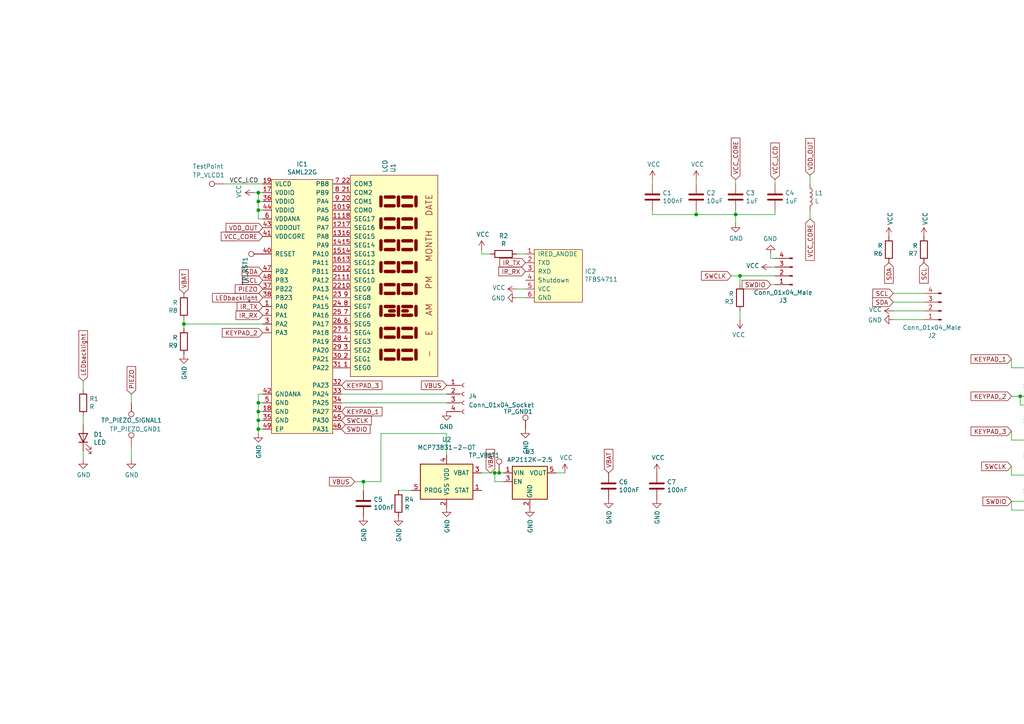
<source format=kicad_sch>
(kicad_sch (version 20230121) (generator eeschema)
  (paper "A4")
  (lib_symbols
    (symbol "Connector:Conn_01x04_Socket" (pin_names (offset 1.016) hide)
      (property "Reference" "J" (at 0 5.08 0))
      (property "Value" "Conn_01x04_Socket" (at 0 -7.62 0))
      (symbol "Conn_01x04_Socket_1_1"
        (pin passive line (at -5.08 2.54 0) (length 3.81) (name "Pin_1") (number "1"))
        (pin passive line (at -5.08 0 0) (length 3.81) (name "Pin_2") (number "2"))
        (pin passive line (at -5.08 -2.54 0) (length 3.81) (name "Pin_3") (number "3"))
        (pin passive line (at -5.08 -5.08 0) (length 3.81) (name "Pin_4") (number "4"))
      )
    )
    (symbol "Connector:TestPoint" (pin_numbers hide) (pin_names (offset 0.762) hide)
      (property "Reference" "TP" (at 0 6.858 0))
      (property "Value" "TestPoint" (at 0 5.08 0))
      (symbol "TestPoint_1_1"
        (pin passive line (at 0 0 90) (length 2.54) (name "1") (number "1"))
      )
    )
    (symbol "Device:C" (pin_numbers hide) (pin_names (offset 0.254))
      (property "Reference" "C" (at 0.635 2.54 0))
      (property "Value" "C" (at 0.635 -2.54 0))
      (symbol "C_1_1"
        (pin passive line (at 0 3.81 270) (length 2.794) (name "~") (number "1"))
        (pin passive line (at 0 -3.81 90) (length 2.794) (name "~") (number "2"))
      )
    )
    (symbol "Device:L" (pin_numbers hide) (pin_names (offset 1.016) hide)
      (property "Reference" "L" (at -1.27 0 90))
      (property "Value" "L" (at 1.905 0 90))
      (symbol "L_1_1"
        (pin passive line (at 0 3.81 270) (length 1.27) (name "1") (number "1"))
        (pin passive line (at 0 -3.81 90) (length 1.27) (name "2") (number "2"))
      )
    )
    (symbol "Device:LED" (pin_numbers hide) (pin_names (offset 1.016) hide)
      (property "Reference" "D" (at 0 2.54 0))
      (property "Value" "LED" (at 0 -2.54 0))
      (symbol "LED_1_1"
        (pin passive line (at -3.81 0 0) (length 2.54) (name "K") (number "1"))
        (pin passive line (at 3.81 0 180) (length 2.54) (name "A") (number "2"))
      )
    )
    (symbol "Device:R" (pin_numbers hide) (pin_names (offset 0))
      (property "Reference" "R" (at 2.032 0 90))
      (property "Value" "R" (at 0 0 90))
      (symbol "R_1_1"
        (pin passive line (at 0 3.81 270) (length 1.27) (name "~") (number "1"))
        (pin passive line (at 0 -3.81 90) (length 1.27) (name "~") (number "2"))
      )
    )
    (symbol "Diode:1N4148WT" (pin_numbers hide) (pin_names hide)
      (property "Reference" "D" (at 0 2.54 0))
      (property "Value" "1N4148WT" (at 0 -2.54 0))
      (symbol "1N4148WT_1_1"
        (pin passive line (at -3.81 0 0) (length 2.54) (name "K") (number "1"))
        (pin passive line (at 3.81 0 180) (length 2.54) (name "A") (number "2"))
      )
    )
    (symbol "IR_transceiver:TFBS4711" (pin_names (offset 1.016))
      (property "Reference" "IC" (at 0 12.7 0))
      (property "Value" "TFBS4711" (at 0 10.16 0))
      (symbol "TFBS4711_1_1"
        (pin power_in line (at -8.89 6.35 0) (length 2.54) (name "IRED_ANODE") (number "1"))
        (pin output line (at -8.89 3.81 0) (length 2.54) (name "TXD") (number "2"))
        (pin input line (at -8.89 1.27 0) (length 2.54) (name "RXD") (number "3"))
        (pin input line (at -8.89 -1.27 0) (length 2.54) (name "Shutdown") (number "4"))
        (pin power_in line (at -8.89 -3.81 0) (length 2.54) (name "VCC") (number "5"))
        (pin power_in line (at -8.89 -6.35 0) (length 2.54) (name "GND") (number "6"))
      )
    )
    (symbol "Regulator_Linear:AP2112K-2.5" (pin_names (offset 0.254))
      (property "Reference" "U" (at -5.08 5.715 0))
      (property "Value" "AP2112K-2.5" (at 0 5.715 0))
      (symbol "AP2112K-2.5_1_1"
        (pin power_in line (at -7.62 2.54 0) (length 2.54) (name "VIN") (number "1"))
        (pin power_in line (at 0 -7.62 90) (length 2.54) (name "GND") (number "2"))
        (pin input line (at -7.62 0 0) (length 2.54) (name "EN") (number "3"))
        (pin no_connect line (at 5.08 0 180) (length 2.54) hide (name "NC") (number "4"))
        (pin power_out line (at 7.62 2.54 180) (length 2.54) (name "VOUT") (number "5"))
      )
    )
    (symbol "SAML22G:SAML22G" (pin_names (offset 1.016))
      (property "Reference" "IC" (at 0 40.64 0))
      (property "Value" "SAML22G" (at 0 38.1 0))
      (symbol "SAML22G_1_1"
        (pin bidirectional line (at -11.43 -1.27 0) (length 2.54) (name "PA0") (number "1"))
        (pin bidirectional line (at 11.43 26.67 180) (length 2.54) (name "PA5") (number "10"))
        (pin bidirectional line (at 11.43 24.13 180) (length 2.54) (name "PA6") (number "11"))
        (pin bidirectional line (at 11.43 21.59 180) (length 2.54) (name "PA7") (number "12"))
        (pin bidirectional line (at 11.43 19.05 180) (length 2.54) (name "PA8") (number "13"))
        (pin bidirectional line (at 11.43 16.51 180) (length 2.54) (name "PA9") (number "14"))
        (pin bidirectional line (at 11.43 13.97 180) (length 2.54) (name "PA10") (number "15"))
        (pin bidirectional line (at 11.43 11.43 180) (length 2.54) (name "PA11") (number "16"))
        (pin power_in line (at -11.43 31.75 0) (length 2.54) (name "VDDIO") (number "17"))
        (pin power_in line (at -11.43 -31.75 0) (length 2.54) (name "GND") (number "18"))
        (pin power_out line (at -11.43 34.29 0) (length 2.54) (name "VLCD") (number "19"))
        (pin bidirectional line (at -11.43 -3.81 0) (length 2.54) (name "PA1") (number "2"))
        (pin bidirectional line (at 11.43 8.89 180) (length 2.54) (name "PB11") (number "20"))
        (pin bidirectional line (at 11.43 6.35 180) (length 2.54) (name "PA12") (number "21"))
        (pin bidirectional line (at 11.43 3.81 180) (length 2.54) (name "PA13") (number "22"))
        (pin bidirectional line (at 11.43 1.27 180) (length 2.54) (name "PA14") (number "23"))
        (pin bidirectional line (at 11.43 -1.27 180) (length 2.54) (name "PA15") (number "24"))
        (pin bidirectional line (at 11.43 -3.81 180) (length 2.54) (name "PA16") (number "25"))
        (pin bidirectional line (at 11.43 -6.35 180) (length 2.54) (name "PA17") (number "26"))
        (pin bidirectional line (at 11.43 -8.89 180) (length 2.54) (name "PA18") (number "27"))
        (pin bidirectional line (at 11.43 -11.43 180) (length 2.54) (name "PA19") (number "28"))
        (pin bidirectional line (at 11.43 -13.97 180) (length 2.54) (name "PA20") (number "29"))
        (pin bidirectional line (at -11.43 -6.35 0) (length 2.54) (name "PA2") (number "3"))
        (pin bidirectional line (at 11.43 -16.51 180) (length 2.54) (name "PA21") (number "30"))
        (pin bidirectional line (at 11.43 -19.05 180) (length 2.54) (name "PA22") (number "31"))
        (pin bidirectional line (at 11.43 -24.13 180) (length 2.54) (name "PA23") (number "32"))
        (pin bidirectional line (at 11.43 -26.67 180) (length 2.54) (name "PA24") (number "33"))
        (pin bidirectional line (at 11.43 -29.21 180) (length 2.54) (name "PA25") (number "34"))
        (pin power_in line (at -11.43 -34.29 0) (length 2.54) (name "GND") (number "35"))
        (pin power_in line (at -11.43 29.21 0) (length 2.54) (name "VDDIO") (number "36"))
        (pin bidirectional line (at -11.43 3.81 0) (length 2.54) (name "PB22") (number "37"))
        (pin bidirectional line (at -11.43 1.27 0) (length 2.54) (name "PB23") (number "38"))
        (pin bidirectional line (at 11.43 -31.75 180) (length 2.54) (name "PA27") (number "39"))
        (pin bidirectional line (at -11.43 -8.89 0) (length 2.54) (name "PA3") (number "4"))
        (pin input line (at -11.43 13.97 0) (length 2.54) (name "RESET") (number "40"))
        (pin power_in line (at -11.43 19.05 0) (length 2.54) (name "VDDCORE") (number "41"))
        (pin power_in line (at -11.43 -26.67 0) (length 2.54) (name "GNDANA") (number "42"))
        (pin power_in line (at -11.43 21.59 0) (length 2.54) (name "VDDOUT") (number "43"))
        (pin power_in line (at -11.43 26.67 0) (length 2.54) (name "VDDIO") (number "44"))
        (pin bidirectional line (at 11.43 -34.29 180) (length 2.54) (name "PA30") (number "45"))
        (pin bidirectional line (at 11.43 -36.83 180) (length 2.54) (name "PA31") (number "46"))
        (pin bidirectional line (at -11.43 8.89 0) (length 2.54) (name "PB2") (number "47"))
        (pin bidirectional line (at -11.43 6.35 0) (length 2.54) (name "PB3") (number "48"))
        (pin power_in line (at -11.43 -36.83 0) (length 2.54) (name "EP") (number "49"))
        (pin power_in line (at -11.43 -29.21 0) (length 2.54) (name "GND") (number "5"))
        (pin power_in line (at -11.43 24.13 0) (length 2.54) (name "VDDANA") (number "6"))
        (pin bidirectional line (at 11.43 34.29 180) (length 2.54) (name "PB8") (number "7"))
        (pin bidirectional line (at 11.43 31.75 180) (length 2.54) (name "PB9") (number "8"))
        (pin bidirectional line (at 11.43 29.21 180) (length 2.54) (name "PA4") (number "9"))
      )
    )
    (symbol "SmartWatchLCD:LCD" (pin_names (offset 1.016))
      (property "Reference" "U" (at -27.94 17.78 0))
      (property "Value" "LCD" (at 26.67 17.78 0))
      (symbol "LCD_0_0"
        (text "-   E   AM   PM   MONTH   DATE" (at 0 13.97 0) (effects (font (size 1.8034 1.8034))))
      )
      (symbol "LCD_1_1"
        (pin input line (at -26.67 -11.43 90) (length 2.54) (name "SEG0") (number "1"))
        (pin input line (at -3.81 -11.43 90) (length 2.54) (name "SEG9") (number "10"))
        (pin input line (at -1.27 -11.43 90) (length 2.54) (name "SEG10") (number "11"))
        (pin input line (at 1.27 -11.43 90) (length 2.54) (name "SEG11") (number "12"))
        (pin input line (at 3.81 -11.43 90) (length 2.54) (name "SEG12") (number "13"))
        (pin input line (at 6.35 -11.43 90) (length 2.54) (name "SEG13") (number "14"))
        (pin input line (at 8.89 -11.43 90) (length 2.54) (name "SEG14") (number "15"))
        (pin input line (at 11.43 -11.43 90) (length 2.54) (name "SEG15") (number "16"))
        (pin input line (at 13.97 -11.43 90) (length 2.54) (name "SEG16") (number "17"))
        (pin input line (at 16.51 -11.43 90) (length 2.54) (name "SEG17") (number "18"))
        (pin input line (at 19.05 -11.43 90) (length 2.54) (name "COM0") (number "19"))
        (pin input line (at -24.13 -11.43 90) (length 2.54) (name "SEG1") (number "2"))
        (pin input line (at 21.59 -11.43 90) (length 2.54) (name "COM1") (number "20"))
        (pin input line (at 24.13 -11.43 90) (length 2.54) (name "COM2") (number "21"))
        (pin input line (at 26.67 -11.43 90) (length 2.54) (name "COM3") (number "22"))
        (pin input line (at -21.59 -11.43 90) (length 2.54) (name "SEG2") (number "3"))
        (pin input line (at -19.05 -11.43 90) (length 2.54) (name "SEG3") (number "4"))
        (pin input line (at -16.51 -11.43 90) (length 2.54) (name "SEG4") (number "5"))
        (pin input line (at -13.97 -11.43 90) (length 2.54) (name "SEG5") (number "6"))
        (pin input line (at -11.43 -11.43 90) (length 2.54) (name "SEG6") (number "7"))
        (pin input line (at -8.89 -11.43 90) (length 2.54) (name "SEG7") (number "8"))
        (pin input line (at -6.35 -11.43 90) (length 2.54) (name "SEG8") (number "9"))
      )
    )
    (symbol "SmartwatchPCB-rescue:Conn_01x04_Male-Connector" (pin_names (offset 1.016) hide)
      (property "Reference" "J" (at 0 5.08 0))
      (property "Value" "Connector_Conn_01x04_Male" (at 0 -7.62 0))
      (symbol "Conn_01x04_Male-Connector_1_1"
        (pin passive line (at 5.08 2.54 180) (length 3.81) (name "Pin_1") (number "1"))
        (pin passive line (at 5.08 0 180) (length 3.81) (name "Pin_2") (number "2"))
        (pin passive line (at 5.08 -2.54 180) (length 3.81) (name "Pin_3") (number "3"))
        (pin passive line (at 5.08 -5.08 180) (length 3.81) (name "Pin_4") (number "4"))
      )
    )
    (symbol "SmartwatchPCB-rescue:MCP73831-2-OT-Battery_Management" (pin_names (offset 1.016))
      (property "Reference" "U" (at -7.62 6.35 0))
      (property "Value" "Battery_Management_MCP73831-2-OT" (at 1.27 6.35 0))
      (symbol "MCP73831-2-OT-Battery_Management_1_1"
        (pin output line (at 10.16 -2.54 180) (length 2.54) (name "STAT") (number "1"))
        (pin power_in line (at 0 -7.62 90) (length 2.54) (name "VSS") (number "2"))
        (pin power_out line (at 10.16 2.54 180) (length 2.54) (name "VBAT") (number "3"))
        (pin power_in line (at 0 7.62 270) (length 2.54) (name "VDD") (number "4"))
        (pin input line (at -10.16 -2.54 0) (length 2.54) (name "PROG") (number "5"))
      )
    )
    (symbol "Switch:SW_Push" (pin_numbers hide) (pin_names (offset 1.016) hide)
      (property "Reference" "SW" (at 1.27 2.54 0))
      (property "Value" "SW_Push" (at 0 -1.524 0))
      (symbol "SW_Push_0_1"
        (pin passive line (at -5.08 0 0) (length 2.54) (name "1") (number "1"))
        (pin passive line (at 5.08 0 180) (length 2.54) (name "2") (number "2"))
      )
    )
    (symbol "power:GND" (power) (pin_names (offset 0))
      (property "Value" "GND" (at 0 -3.81 0))
      (symbol "GND_1_1"
        (pin power_in line (at 0 0 270) (length 0) hide (name "GND") (number "1"))
      )
    )
    (symbol "power:VCC" (power) (pin_names (offset 0))
      (property "Value" "VCC" (at 0 3.81 0))
      (symbol "VCC_1_1"
        (pin power_in line (at 0 0 90) (length 0) hide (name "VCC") (number "1"))
      )
    )
  )
  (junction (at 346.71 147.955))
  (junction (at 410.21 114.935))
  (junction (at 53.34 93.98))
  (junction (at 318.77 114.935))
  (junction (at 74.93 60.96))
  (junction (at 389.255 125.095))
  (junction (at 74.93 121.92))
  (junction (at 410.21 104.14))
  (junction (at 105.41 139.7))
  (junction (at 213.36 62.23))
  (junction (at 365.125 135.255))
  (junction (at 365.125 114.935))
  (junction (at 341.63 104.14))
  (junction (at 389.255 104.14))
  (junction (at 371.475 127.635))
  (junction (at 410.21 125.095))
  (junction (at 346.71 137.795))
  (junction (at 365.125 104.14))
  (junction (at 344.17 117.475))
  (junction (at 297.815 127.635))
  (junction (at 74.93 55.88))
  (junction (at 323.215 106.68))
  (junction (at 389.255 114.935))
  (junction (at 323.215 137.795))
  (junction (at 371.475 106.68))
  (junction (at 340.995 125.095))
  (junction (at 74.93 119.38))
  (junction (at 74.93 124.46))
  (junction (at 323.215 127.635))
  (junction (at 201.93 62.23))
  (junction (at 340.995 135.255))
  (junction (at 295.91 114.935))
  (junction (at 371.475 117.475))
  (junction (at 318.77 135.255))
  (junction (at 323.215 147.955))
  (junction (at 318.77 125.095))
  (junction (at 346.71 106.68))
  (junction (at 74.93 58.42))
  (junction (at 214.63 80.01))
  (junction (at 144.78 137.16))
  (junction (at 143.51 137.16))
  (junction (at 74.93 116.84))
  (junction (at 297.815 137.795))
  (wire (pts (xy 129.54 125.73) (xy 129.54 132.08)))
  (wire (pts (xy 74.93 116.84) (xy 74.93 119.38)))
  (wire (pts (xy 344.17 117.475) (xy 295.91 117.475)))
  (wire (pts (xy 76.2 124.46) (xy 74.93 124.46)))
  (wire (pts (xy 318.77 145.415) (xy 318.77 135.255)))
  (wire (pts (xy 346.71 147.955) (xy 323.215 147.955)))
  (wire (pts (xy 346.71 114.935) (xy 344.17 114.935)))
  (wire (pts (xy 24.13 120.65) (xy 24.13 123.19)))
  (wire (pts (xy 297.815 137.795) (xy 293.37 137.795)))
  (wire (pts (xy 371.475 106.68) (xy 346.71 106.68)))
  (wire (pts (xy 213.36 62.23) (xy 213.36 64.77)))
  (wire (pts (xy 224.79 82.55) (xy 223.52 82.55)))
  (wire (pts (xy 346.71 106.68) (xy 323.215 106.68)))
  (wire (pts (xy 105.41 142.24) (xy 105.41 139.7)))
  (wire (pts (xy 76.2 58.42) (xy 74.93 58.42)))
  (wire (pts (xy 340.995 104.14) (xy 341.63 104.14)))
  (wire (pts (xy 364.49 104.14) (xy 365.125 104.14)))
  (wire (pts (xy 323.215 135.255) (xy 323.215 137.795)))
  (wire (pts (xy 323.215 137.795) (xy 297.815 137.795)))
  (wire (pts (xy 24.13 110.49) (xy 24.13 113.03)))
  (wire (pts (xy 144.78 137.16) (xy 146.05 137.16)))
  (wire (pts (xy 340.995 125.095) (xy 341.63 125.095)))
  (wire (pts (xy 340.995 135.255) (xy 340.995 145.415)))
  (wire (pts (xy 340.995 125.095) (xy 340.995 135.255)))
  (wire (pts (xy 392.43 114.935) (xy 392.43 117.475)))
  (wire (pts (xy 234.95 63.5) (xy 234.95 60.96)))
  (wire (pts (xy 38.1 116.84) (xy 38.1 114.3)))
  (wire (pts (xy 293.37 125.095) (xy 293.37 127.635)))
  (wire (pts (xy 295.91 114.935) (xy 297.815 114.935)))
  (wire (pts (xy 223.52 74.93) (xy 223.52 73.66)))
  (wire (pts (xy 371.475 147.955) (xy 346.71 147.955)))
  (wire (pts (xy 201.93 62.23) (xy 189.23 62.23)))
  (wire (pts (xy 152.4 83.82) (xy 149.86 83.82)))
  (wire (pts (xy 76.2 53.34) (xy 64.77 53.34)))
  (wire (pts (xy 152.4 86.36) (xy 149.86 86.36)))
  (wire (pts (xy 410.21 87.63) (xy 410.21 104.14)))
  (wire (pts (xy 323.215 127.635) (xy 297.815 127.635)))
  (wire (pts (xy 295.91 114.935) (xy 293.37 114.935)))
  (wire (pts (xy 224.79 80.01) (xy 214.63 80.01)))
  (wire (pts (xy 315.595 135.255) (xy 318.77 135.255)))
  (wire (pts (xy 267.97 90.17) (xy 259.08 90.17)))
  (wire (pts (xy 318.77 88.265) (xy 318.77 114.935)))
  (wire (pts (xy 318.77 114.935) (xy 318.77 125.095)))
  (wire (pts (xy 323.215 106.68) (xy 293.37 106.68)))
  (wire (pts (xy 341.63 125.095) (xy 341.63 104.14)))
  (wire (pts (xy 392.43 137.795) (xy 346.71 137.795)))
  (wire (pts (xy 224.79 74.93) (xy 223.52 74.93)))
  (wire (pts (xy 318.77 135.255) (xy 318.77 125.095)))
  (wire (pts (xy 346.71 145.415) (xy 346.71 147.955)))
  (wire (pts (xy 143.51 139.7) (xy 143.51 137.16)))
  (wire (pts (xy 224.79 77.47) (xy 223.52 77.47)))
  (wire (pts (xy 346.71 137.795) (xy 323.215 137.795)))
  (wire (pts (xy 201.93 53.34) (xy 201.93 52.07)))
  (wire (pts (xy 214.63 82.55) (xy 214.63 80.01)))
  (wire (pts (xy 346.71 104.14) (xy 346.71 106.68)))
  (wire (pts (xy 24.13 130.81) (xy 24.13 133.35)))
  (wire (pts (xy 189.23 62.23) (xy 189.23 60.96)))
  (wire (pts (xy 74.93 60.96) (xy 74.93 58.42)))
  (wire (pts (xy 410.21 114.935) (xy 410.21 125.095)))
  (wire (pts (xy 224.79 62.23) (xy 213.36 62.23)))
  (wire (pts (xy 389.255 125.095) (xy 389.255 145.415)))
  (wire (pts (xy 214.63 90.17) (xy 214.63 92.71)))
  (wire (pts (xy 293.37 137.795) (xy 293.37 135.255)))
  (wire (pts (xy 76.2 63.5) (xy 74.93 63.5)))
  (wire (pts (xy 76.2 114.3) (xy 74.93 114.3)))
  (wire (pts (xy 53.34 93.98) (xy 53.34 92.71)))
  (wire (pts (xy 392.43 135.89) (xy 392.43 137.795)))
  (wire (pts (xy 74.93 55.88) (xy 73.66 55.88)))
  (wire (pts (xy 213.36 53.34) (xy 213.36 52.07)))
  (wire (pts (xy 139.7 137.16) (xy 143.51 137.16)))
  (wire (pts (xy 365.125 114.935) (xy 365.125 104.14)))
  (wire (pts (xy 364.49 135.255) (xy 365.125 135.255)))
  (wire (pts (xy 323.215 147.955) (xy 293.37 147.955)))
  (wire (pts (xy 365.125 104.14) (xy 365.125 88.265)))
  (wire (pts (xy 189.23 53.34) (xy 189.23 52.07)))
  (wire (pts (xy 115.57 142.24) (xy 119.38 142.24)))
  (wire (pts (xy 74.93 55.88) (xy 76.2 55.88)))
  (wire (pts (xy 293.37 145.415) (xy 297.815 145.415)))
  (wire (pts (xy 213.36 60.96) (xy 213.36 62.23)))
  (wire (pts (xy 129.54 125.73) (xy 110.49 125.73)))
  (wire (pts (xy 142.24 73.66) (xy 139.7 73.66)))
  (wire (pts (xy 139.7 73.66) (xy 139.7 72.39)))
  (wire (pts (xy 315.595 125.095) (xy 318.77 125.095)))
  (wire (pts (xy 389.255 104.14) (xy 389.255 114.935)))
  (wire (pts (xy 365.125 135.255) (xy 365.125 114.935)))
  (wire (pts (xy 74.93 58.42) (xy 74.93 55.88)))
  (wire (pts (xy 76.2 93.98) (xy 53.34 93.98)))
  (wire (pts (xy 315.595 145.415) (xy 318.77 145.415)))
  (wire (pts (xy 143.51 137.16) (xy 144.78 137.16)))
  (wire (pts (xy 371.475 114.935) (xy 371.475 117.475)))
  (wire (pts (xy 76.2 121.92) (xy 74.93 121.92)))
  (wire (pts (xy 392.43 117.475) (xy 371.475 117.475)))
  (wire (pts (xy 295.91 117.475) (xy 295.91 114.935)))
  (wire (pts (xy 323.215 104.14) (xy 323.215 106.68)))
  (wire (pts (xy 392.43 106.68) (xy 371.475 106.68)))
  (wire (pts (xy 392.43 125.095) (xy 392.43 127.635)))
  (wire (pts (xy 214.63 80.01) (xy 212.09 80.01)))
  (wire (pts (xy 74.93 124.46) (xy 74.93 125.73)))
  (wire (pts (xy 389.255 87.63) (xy 389.255 104.14)))
  (wire (pts (xy 76.2 60.96) (xy 74.93 60.96)))
  (wire (pts (xy 297.815 135.255) (xy 297.815 137.795)))
  (wire (pts (xy 76.2 119.38) (xy 74.93 119.38)))
  (wire (pts (xy 344.17 114.935) (xy 344.17 117.475)))
  (wire (pts (xy 371.475 104.14) (xy 371.475 106.68)))
  (wire (pts (xy 371.475 145.415) (xy 371.475 147.955)))
  (wire (pts (xy 341.63 104.14) (xy 341.63 88.265)))
  (wire (pts (xy 392.43 104.14) (xy 392.43 106.68)))
  (wire (pts (xy 392.43 127.635) (xy 371.475 127.635)))
  (wire (pts (xy 224.79 60.96) (xy 224.79 62.23)))
  (wire (pts (xy 410.21 104.14) (xy 410.21 114.935)))
  (wire (pts (xy 323.215 125.095) (xy 323.215 127.635)))
  (wire (pts (xy 224.79 53.34) (xy 224.79 52.07)))
  (wire (pts (xy 410.21 125.095) (xy 410.21 135.89)))
  (wire (pts (xy 293.37 147.955) (xy 293.37 145.415)))
  (wire (pts (xy 213.36 62.23) (xy 201.93 62.23)))
  (wire (pts (xy 267.97 85.09) (xy 259.08 85.09)))
  (wire (pts (xy 267.97 87.63) (xy 259.08 87.63)))
  (wire (pts (xy 323.215 145.415) (xy 323.215 147.955)))
  (wire (pts (xy 201.93 62.23) (xy 201.93 60.96)))
  (wire (pts (xy 297.815 127.635) (xy 293.37 127.635)))
  (wire (pts (xy 74.93 63.5) (xy 74.93 60.96)))
  (wire (pts (xy 99.06 114.3) (xy 129.54 114.3)))
  (wire (pts (xy 365.125 145.415) (xy 365.125 135.255)))
  (wire (pts (xy 76.2 116.84) (xy 74.93 116.84)))
  (wire (pts (xy 364.49 114.935) (xy 365.125 114.935)))
  (wire (pts (xy 389.255 114.935) (xy 389.255 125.095)))
  (wire (pts (xy 74.93 114.3) (xy 74.93 116.84)))
  (wire (pts (xy 38.1 133.35) (xy 38.1 129.54)))
  (wire (pts (xy 53.34 95.25) (xy 53.34 93.98)))
  (wire (pts (xy 371.475 117.475) (xy 344.17 117.475)))
  (wire (pts (xy 371.475 125.095) (xy 371.475 127.635)))
  (wire (pts (xy 293.37 106.68) (xy 293.37 104.14)))
  (wire (pts (xy 152.4 73.66) (xy 149.86 73.66)))
  (wire (pts (xy 315.595 114.935) (xy 318.77 114.935)))
  (wire (pts (xy 267.97 92.71) (xy 259.08 92.71)))
  (wire (pts (xy 74.93 121.92) (xy 74.93 124.46)))
  (wire (pts (xy 161.29 137.16) (xy 163.83 137.16)))
  (wire (pts (xy 346.71 135.255) (xy 346.71 137.795)))
  (wire (pts (xy 234.95 53.34) (xy 234.95 50.8)))
  (wire (pts (xy 364.49 145.415) (xy 365.125 145.415)))
  (wire (pts (xy 105.41 139.7) (xy 110.49 139.7)))
  (wire (pts (xy 74.93 119.38) (xy 74.93 121.92)))
  (wire (pts (xy 102.87 139.7) (xy 105.41 139.7)))
  (wire (pts (xy 110.49 125.73) (xy 110.49 139.7)))
  (wire (pts (xy 297.815 125.095) (xy 297.815 127.635)))
  (wire (pts (xy 146.05 139.7) (xy 143.51 139.7)))
  (wire (pts (xy 99.06 116.84) (xy 129.54 116.84)))
  (wire (pts (xy 371.475 127.635) (xy 323.215 127.635)))
  (label "VCC_LCD" (at 74.93 53.34 180))
  (global_label "KEYPAD_2" (shape input) (at 341.63 88.265 90) (property "Intersheetrefs" "${INTERSHEET_REFS}" (effects hide)))
  (global_label "LEDbacklight" (shape input) (at 24.13 110.49 90) (property "Intersheetrefs" "${INTERSHEET_REFS}" (effects hide)))
  (global_label "SCL" (shape input) (at 259.08 85.09 180) (property "Intersheetrefs" "${INTERSHEET_REFS}" (effects hide)))
  (global_label "SWDIO" (shape input) (at 410.21 87.63 90) (property "Intersheetrefs" "${INTERSHEET_REFS}" (effects hide)))
  (global_label "VCC_CORE" (shape input) (at 76.2 68.58 180) (property "Intersheetrefs" "${INTERSHEET_REFS}" (effects hide)))
  (global_label "KEYPAD_3" (shape input) (at 293.37 125.095 180) (property "Intersheetrefs" "${INTERSHEET_REFS}" (effects hide)))
  (global_label "IR_RX" (shape input) (at 76.2 91.44 180) (property "Intersheetrefs" "${INTERSHEET_REFS}" (effects hide)))
  (global_label "KEYPAD_3" (shape input) (at 99.06 111.76 0) (property "Intersheetrefs" "${INTERSHEET_REFS}" (effects hide)))
  (global_label "KEYPAD_3" (shape input) (at 365.125 88.265 90) (property "Intersheetrefs" "${INTERSHEET_REFS}" (effects hide)))
  (global_label "SDA" (shape input) (at 257.81 76.2 270) (property "Intersheetrefs" "${INTERSHEET_REFS}" (effects hide)))
  (global_label "VBAT" (shape input) (at 53.34 85.09 90) (property "Intersheetrefs" "${INTERSHEET_REFS}" (effects hide)))
  (global_label "VDD_OUT" (shape input) (at 234.95 50.8 90) (property "Intersheetrefs" "${INTERSHEET_REFS}" (effects hide)))
  (global_label "IR_TX" (shape input) (at 152.4 76.2 180) (property "Intersheetrefs" "${INTERSHEET_REFS}" (effects hide)))
  (global_label "SWCLK" (shape input) (at 293.37 135.255 180) (property "Intersheetrefs" "${INTERSHEET_REFS}" (effects hide)))
  (global_label "SCL" (shape input) (at 267.97 76.2 270) (property "Intersheetrefs" "${INTERSHEET_REFS}" (effects hide)))
  (global_label "SWDIO" (shape input) (at 99.06 124.46 0) (property "Intersheetrefs" "${INTERSHEET_REFS}" (effects hide)))
  (global_label "SDA" (shape input) (at 259.08 87.63 180) (property "Intersheetrefs" "${INTERSHEET_REFS}" (effects hide)))
  (global_label "SCL" (shape input) (at 76.2 81.28 180) (property "Intersheetrefs" "${INTERSHEET_REFS}" (effects hide)))
  (global_label "SDA" (shape input) (at 76.2 78.74 180) (property "Intersheetrefs" "${INTERSHEET_REFS}" (effects hide)))
  (global_label "VBAT" (shape input) (at 176.53 137.16 90) (property "Intersheetrefs" "${INTERSHEET_REFS}" (effects hide)))
  (global_label "SWDIO" (shape input) (at 293.37 145.415 180) (property "Intersheetrefs" "${INTERSHEET_REFS}" (effects hide)))
  (global_label "VBUS" (shape input) (at 129.54 111.76 180) (property "Intersheetrefs" "${INTERSHEET_REFS}" (effects hide)))
  (global_label "VDD_OUT" (shape input) (at 76.2 66.04 180) (property "Intersheetrefs" "${INTERSHEET_REFS}" (effects hide)))
  (global_label "KEYPAD_1" (shape input) (at 318.77 88.265 90) (property "Intersheetrefs" "${INTERSHEET_REFS}" (effects hide)))
  (global_label "KEYPAD_1" (shape input) (at 293.37 104.14 180) (property "Intersheetrefs" "${INTERSHEET_REFS}" (effects hide)))
  (global_label "IR_TX" (shape input) (at 76.2 88.9 180) (property "Intersheetrefs" "${INTERSHEET_REFS}" (effects hide)))
  (global_label "PIEZO" (shape input) (at 76.2 83.82 180) (property "Intersheetrefs" "${INTERSHEET_REFS}" (effects hide)))
  (global_label "VBUS" (shape input) (at 102.87 139.7 180) (property "Intersheetrefs" "${INTERSHEET_REFS}" (effects hide)))
  (global_label "PIEZO" (shape input) (at 38.1 114.3 90) (property "Intersheetrefs" "${INTERSHEET_REFS}" (effects hide)))
  (global_label "SWCLK" (shape input) (at 212.09 80.01 180) (property "Intersheetrefs" "${INTERSHEET_REFS}" (effects hide)))
  (global_label "SWDIO" (shape input) (at 223.52 82.55 180) (property "Intersheetrefs" "${INTERSHEET_REFS}" (effects hide)))
  (global_label "LEDbacklight" (shape input) (at 76.2 86.36 180) (property "Intersheetrefs" "${INTERSHEET_REFS}" (effects hide)))
  (global_label "VCC_LCD" (shape input) (at 224.79 52.07 90) (property "Intersheetrefs" "${INTERSHEET_REFS}" (effects hide)))
  (global_label "VCC_CORE" (shape input) (at 234.95 63.5 270) (property "Intersheetrefs" "${INTERSHEET_REFS}" (effects hide)))
  (global_label "SWCLK" (shape input) (at 389.255 87.63 90) (property "Intersheetrefs" "${INTERSHEET_REFS}" (effects hide)))
  (global_label "KEYPAD_1" (shape input) (at 99.06 119.38 0) (property "Intersheetrefs" "${INTERSHEET_REFS}" (effects hide)))
  (global_label "KEYPAD_2" (shape input) (at 76.2 96.52 180) (property "Intersheetrefs" "${INTERSHEET_REFS}" (effects hide)))
  (global_label "SWCLK" (shape input) (at 99.06 121.92 0) (property "Intersheetrefs" "${INTERSHEET_REFS}" (effects hide)))
  (global_label "IR_RX" (shape input) (at 152.4 78.74 180) (property "Intersheetrefs" "${INTERSHEET_REFS}" (effects hide)))
  (global_label "VCC_CORE" (shape input) (at 213.36 52.07 90) (property "Intersheetrefs" "${INTERSHEET_REFS}" (effects hide)))
  (global_label "KEYPAD_2" (shape input) (at 293.37 114.935 180) (property "Intersheetrefs" "${INTERSHEET_REFS}" (effects hide)))
  (global_label "VBAT" (shape input) (at 142.24 137.16 90) (property "Intersheetrefs" "${INTERSHEET_REFS}" (effects hide)))
  (symbol (lib_id "Switch:SW_Push") (at 310.515 114.935 0) (unit 1)
    (property "Reference" "SW_S1" (at 310.515 107.696 0))
    (property "Value" "SW_Push" (at 310.515 110.0074 0))
    (property "Footprint" "SmartwatchPCB:button" (effects hide))
  )
  (symbol (lib_id "Switch:SW_Push") (at 335.915 104.14 0) (unit 1)
    (property "Reference" "SW_7" (at 335.915 96.901 0))
    (property "Value" "SW_Push" (at 335.915 99.2124 0))
    (property "Footprint" "SmartwatchPCB:button" (effects hide))
  )
  (symbol (lib_id "Switch:SW_Push") (at 359.41 104.14 0) (unit 1)
    (property "Reference" "SW_8" (at 359.41 96.901 0))
    (property "Value" "SW_Push" (at 359.41 99.2124 0))
    (property "Footprint" "SmartwatchPCB:button" (effects hide))
  )
  (symbol (lib_id "Switch:SW_Push") (at 384.175 104.14 0) (unit 1)
    (property "Reference" "SW_9" (at 384.175 96.901 0))
    (property "Value" "SW_Push" (at 384.175 99.2124 0))
    (property "Footprint" "SmartwatchPCB:button" (effects hide))
  )
  (symbol (lib_id "Switch:SW_Push") (at 405.13 104.14 0) (unit 1)
    (property "Reference" "SW_DIV1" (at 405.13 96.901 0))
    (property "Value" "SW_Push" (at 405.13 99.2124 0))
    (property "Footprint" "SmartwatchPCB:button" (effects hide))
  )
  (symbol (lib_id "Switch:SW_Push") (at 310.515 125.095 0) (unit 1)
    (property "Reference" "SW_M1" (at 310.515 117.856 0))
    (property "Value" "SW_Push" (at 310.515 120.1674 0))
    (property "Footprint" "SmartwatchPCB:button" (effects hide))
  )
  (symbol (lib_id "Switch:SW_Push") (at 335.915 125.095 0) (unit 1)
    (property "Reference" "SW_4" (at 335.915 117.856 0))
    (property "Value" "SW_Push" (at 335.915 120.1674 0))
    (property "Footprint" "SmartwatchPCB:button" (effects hide))
  )
  (symbol (lib_id "Switch:SW_Push") (at 359.41 114.935 0) (unit 1)
    (property "Reference" "SW_5" (at 359.41 107.696 0))
    (property "Value" "SW_Push" (at 359.41 110.0074 0))
    (property "Footprint" "SmartwatchPCB:button" (effects hide))
  )
  (symbol (lib_id "Switch:SW_Push") (at 384.175 114.935 0) (unit 1)
    (property "Reference" "SW_6" (at 384.175 107.696 0))
    (property "Value" "SW_Push" (at 384.175 110.0074 0))
    (property "Footprint" "SmartwatchPCB:button" (effects hide))
  )
  (symbol (lib_id "Switch:SW_Push") (at 405.13 114.935 0) (unit 1)
    (property "Reference" "SW_MUL1" (at 405.13 107.696 0))
    (property "Value" "SW_Push" (at 405.13 110.0074 0))
    (property "Footprint" "SmartwatchPCB:button" (effects hide))
  )
  (symbol (lib_id "Switch:SW_Push") (at 310.515 135.255 0) (unit 1)
    (property "Reference" "SW_SQRT1" (at 310.515 128.016 0))
    (property "Value" "SW_Push" (at 310.515 130.3274 0))
    (property "Footprint" "SmartwatchPCB:button" (effects hide))
  )
  (symbol (lib_id "Switch:SW_Push") (at 335.915 135.255 0) (unit 1)
    (property "Reference" "SW_1" (at 335.915 128.016 0))
    (property "Value" "SW_Push" (at 335.915 130.3274 0))
    (property "Footprint" "SmartwatchPCB:button" (effects hide))
  )
  (symbol (lib_id "Switch:SW_Push") (at 359.41 135.255 0) (unit 1)
    (property "Reference" "SW_2" (at 359.41 128.016 0))
    (property "Value" "SW_Push" (at 359.41 130.3274 0))
    (property "Footprint" "SmartwatchPCB:button" (effects hide))
  )
  (symbol (lib_id "Switch:SW_Push") (at 384.175 125.095 0) (unit 1)
    (property "Reference" "SW_3" (at 384.175 117.856 0))
    (property "Value" "SW_Push" (at 384.175 120.1674 0))
    (property "Footprint" "SmartwatchPCB:button" (effects hide))
  )
  (symbol (lib_id "Switch:SW_Push") (at 405.13 125.095 0) (unit 1)
    (property "Reference" "SW_SUB1" (at 405.13 117.856 0))
    (property "Value" "SW_Push" (at 405.13 120.1674 0))
    (property "Footprint" "SmartwatchPCB:button" (effects hide))
  )
  (symbol (lib_id "Switch:SW_Push") (at 310.515 145.415 0) (unit 1)
    (property "Reference" "SW_ON1" (at 310.515 138.176 0))
    (property "Value" "SW_Push" (at 310.515 140.4874 0))
    (property "Footprint" "SmartwatchPCB:button" (effects hide))
  )
  (symbol (lib_id "Switch:SW_Push") (at 335.915 145.415 0) (unit 1)
    (property "Reference" "SW_0" (at 335.915 138.176 0))
    (property "Value" "SW_Push" (at 335.915 140.4874 0))
    (property "Footprint" "SmartwatchPCB:button" (effects hide))
  )
  (symbol (lib_id "Switch:SW_Push") (at 359.41 145.415 0) (unit 1)
    (property "Reference" "SW_DOT1" (at 359.41 138.176 0))
    (property "Value" "SW_Push" (at 359.41 140.4874 0))
    (property "Footprint" "SmartwatchPCB:button" (effects hide))
  )
  (symbol (lib_id "Switch:SW_Push") (at 384.175 145.415 0) (unit 1)
    (property "Reference" "SW_EQ1" (at 384.175 138.176 0))
    (property "Value" "SW_Push" (at 384.175 140.4874 0))
    (property "Footprint" "SmartwatchPCB:button" (effects hide))
  )
  (symbol (lib_id "Switch:SW_Push") (at 405.13 135.89 0) (unit 1)
    (property "Reference" "SW_ADD1" (at 405.13 128.651 0))
    (property "Value" "SW_Push" (at 405.13 130.9624 0))
    (property "Footprint" "SmartwatchPCB:button" (effects hide))
  )
  (symbol (lib_id "SmartWatchLCD:LCD") (at 110.49 80.01 270) (mirror x) (unit 1)
    (property "Reference" "U1" (at 113.9952 50.0888 0) (effects (justify left)))
    (property "Value" "LCD" (at 111.6838 50.0888 0) (effects (justify left)))
    (property "Footprint" "SmartwatchPCB:display_MOUNT" (effects hide))
  )
  (symbol (lib_id "Device:LED") (at 24.13 127 90) (unit 1)
    (property "Reference" "D1" (at 27.1272 126.0094 90) (effects (justify right)))
    (property "Value" "LED" (at 27.1272 128.3208 90) (effects (justify right)))
    (property "Footprint" "LED_SMD:LED_0603_1608Metric_Castellated" (effects hide))
  )
  (symbol (lib_id "Device:R") (at 24.13 116.84 0) (unit 1)
    (property "Reference" "R1" (at 25.908 115.6716 0) (effects (justify left)))
    (property "Value" "R" (at 25.908 117.983 0) (effects (justify left)))
    (property "Footprint" "Resistor_SMD:R_0603_1608Metric" (effects hide))
  )
  (symbol (lib_id "SmartwatchPCB-rescue:Conn_01x04_Male-Connector") (at 229.87 80.01 180) (unit 1)
    (property "Reference" "J3" (at 227.1268 87.1474 0))
    (property "Value" "Conn_01x04_Male" (at 227.1268 84.836 0))
    (property "Footprint" "Connector_PinHeader_2.54mm:PinHeader_1x04_P2.54mm_Vertical" (effects hide))
  )
  (symbol (lib_id "power:GND") (at 223.52 73.66 180) (unit 1)
    (property "Reference" "#PWR0105" (effects hide))
    (property "Value" "GND" (at 223.393 69.2658 0))
  )
  (symbol (lib_id "power:VCC") (at 223.52 77.47 90) (unit 1)
    (property "Reference" "#PWR0106" (effects hide))
    (property "Value" "VCC" (at 220.2688 77.089 90) (effects (justify left)))
  )
  (symbol (lib_id "Device:R") (at 214.63 86.36 180) (unit 1)
    (property "Reference" "R3" (at 212.852 87.5284 0) (effects (justify left)))
    (property "Value" "R" (at 212.852 85.217 0) (effects (justify left)))
    (property "Footprint" "Resistor_SMD:R_0603_1608Metric" (effects hide))
  )
  (symbol (lib_id "power:VCC") (at 214.63 92.71 180) (unit 1)
    (property "Reference" "#PWR0107" (effects hide))
    (property "Value" "VCC" (at 214.249 97.1042 0))
  )
  (symbol (lib_id "power:GND") (at 24.13 133.35 0) (unit 1)
    (property "Reference" "#PWR0108" (effects hide))
    (property "Value" "GND" (at 24.257 137.7442 0))
  )
  (symbol (lib_id "Connector:TestPoint") (at 64.77 53.34 90) (unit 1)
    (property "Reference" "TP_VLCD1" (at 55.88 50.8 90) (effects (justify right)))
    (property "Value" "TestPoint" (at 55.88 48.26 90) (effects (justify right)))
    (property "Footprint" "TestPoint:TestPoint_Pad_D1.5mm" (effects hide))
  )
  (symbol (lib_id "Device:L") (at 234.95 57.15 0) (unit 1)
    (property "Reference" "L1" (at 236.2962 55.9816 0) (effects (justify left)))
    (property "Value" "L" (at 236.2962 58.293 0) (effects (justify left)))
    (property "Footprint" "Inductor_SMD:L_0603_1608Metric" (effects hide))
  )
  (symbol (lib_id "SmartwatchPCB-rescue:Conn_01x04_Male-Connector") (at 273.05 90.17 180) (unit 1)
    (property "Reference" "J2" (at 270.3068 97.3074 0))
    (property "Value" "Conn_01x04_Male" (at 270.3068 94.996 0))
    (property "Footprint" "Connector_JST:JST_SH_SM04B-SRSS-TB_1x04-1MP_P1.00mm_Horizontal" (effects hide))
  )
  (symbol (lib_id "power:GND") (at 259.08 92.71 270) (unit 1)
    (property "Reference" "#PWR0109" (effects hide))
    (property "Value" "GND" (at 255.8288 92.837 90) (effects (justify right)))
  )
  (symbol (lib_id "power:VCC") (at 259.08 90.17 90) (unit 1)
    (property "Reference" "#PWR0110" (effects hide))
    (property "Value" "VCC" (at 255.8288 89.789 90) (effects (justify left)))
  )
  (symbol (lib_id "Device:R") (at 146.05 73.66 270) (unit 1)
    (property "Reference" "R2" (at 146.05 68.4022 90))
    (property "Value" "R" (at 146.05 70.7136 90))
    (property "Footprint" "Resistor_SMD:R_0603_1608Metric" (effects hide))
  )
  (symbol (lib_id "power:VCC") (at 139.7 72.39 0) (unit 1)
    (property "Reference" "#PWR0111" (effects hide))
    (property "Value" "VCC" (at 140.081 67.9958 0))
  )
  (symbol (lib_id "power:VCC") (at 149.86 83.82 90) (unit 1)
    (property "Reference" "#PWR0112" (effects hide))
    (property "Value" "VCC" (at 146.6342 83.439 90) (effects (justify left)))
  )
  (symbol (lib_id "power:GND") (at 149.86 86.36 270) (unit 1)
    (property "Reference" "#PWR0113" (effects hide))
    (property "Value" "GND" (at 146.6088 86.487 90) (effects (justify right)))
  )
  (symbol (lib_id "power:GND") (at 129.54 119.38 0) (mirror y) (unit 1)
    (property "Reference" "#PWR0114" (effects hide))
    (property "Value" "GND" (at 129.413 123.7742 0))
  )
  (symbol (lib_id "Device:C") (at 189.23 57.15 0) (unit 1)
    (property "Reference" "C1" (at 192.151 55.9816 0) (effects (justify left)))
    (property "Value" "100nF" (at 192.151 58.293 0) (effects (justify left)))
    (property "Footprint" "Capacitor_SMD:C_0603_1608Metric" (effects hide))
  )
  (symbol (lib_id "Device:C") (at 201.93 57.15 0) (unit 1)
    (property "Reference" "C2" (at 204.851 55.9816 0) (effects (justify left)))
    (property "Value" "10uF" (at 204.851 58.293 0) (effects (justify left)))
    (property "Footprint" "Capacitor_SMD:C_0603_1608Metric" (effects hide))
  )
  (symbol (lib_id "Device:C") (at 213.36 57.15 0) (unit 1)
    (property "Reference" "C3" (at 216.281 55.9816 0) (effects (justify left)))
    (property "Value" "1uF" (at 216.281 58.293 0) (effects (justify left)))
    (property "Footprint" "Capacitor_SMD:C_0603_1608Metric" (effects hide))
  )
  (symbol (lib_id "Connector:TestPoint") (at 38.1 116.84 180) (unit 1)
    (property "Reference" "TP_PIEZO_SIGNAL1" (at 46.99 121.92 0) (effects (justify left)))
    (property "Value" "TestPoint" (effects hide))
    (property "Footprint" "TestPoint:TestPoint_Pad_D1.5mm" (effects hide))
  )
  (symbol (lib_id "Connector:TestPoint") (at 38.1 129.54 0) (unit 1)
    (property "Reference" "TP_PIEZO_GND1" (at 31.75 124.46 0) (effects (justify left)))
    (property "Value" "TestPoint" (effects hide))
    (property "Footprint" "TestPoint:TestPoint_Pad_D1.5mm" (effects hide))
  )
  (symbol (lib_id "power:GND") (at 213.36 64.77 0) (unit 1)
    (property "Reference" "#PWR0120" (effects hide))
    (property "Value" "GND" (at 213.487 69.1642 0))
  )
  (symbol (lib_id "power:VCC") (at 189.23 52.07 0) (unit 1)
    (property "Reference" "#PWR0121" (effects hide))
    (property "Value" "VCC" (at 189.611 47.6758 0))
  )
  (symbol (lib_id "power:VCC") (at 201.93 52.07 0) (unit 1)
    (property "Reference" "#PWR0122" (effects hide))
    (property "Value" "VCC" (at 202.311 47.6758 0))
  )
  (symbol (lib_id "Device:C") (at 224.79 57.15 0) (unit 1)
    (property "Reference" "C4" (at 227.711 55.9816 0) (effects (justify left)))
    (property "Value" "1uF" (at 227.711 58.293 0) (effects (justify left)))
    (property "Footprint" "Capacitor_SMD:C_0603_1608Metric" (effects hide))
  )
  (symbol (lib_id "Connector:TestPoint") (at 76.2 73.66 90) (unit 1)
    (property "Reference" "TP_RST1" (at 71.12 82.55 0) (effects (justify left)))
    (property "Value" "TestPoint" (effects hide))
    (property "Footprint" "TestPoint:TestPoint_Pad_D1.5mm" (effects hide))
  )
  (symbol (lib_id "Device:R") (at 267.97 72.39 180) (unit 1)
    (property "Reference" "R7" (at 266.192 73.5584 0) (effects (justify left)))
    (property "Value" "R" (at 266.192 71.247 0) (effects (justify left)))
    (property "Footprint" "Resistor_SMD:R_0603_1608Metric" (effects hide))
  )
  (symbol (lib_id "Device:R") (at 257.81 72.39 180) (unit 1)
    (property "Reference" "R6" (at 256.032 73.5584 0) (effects (justify left)))
    (property "Value" "R" (at 256.032 71.247 0) (effects (justify left)))
    (property "Footprint" "Resistor_SMD:R_0603_1608Metric" (effects hide))
  )
  (symbol (lib_id "power:VCC") (at 267.97 68.58 0) (unit 1)
    (property "Reference" "#PWR0126" (effects hide))
    (property "Value" "VCC" (at 268.351 65.3288 90) (effects (justify left)))
  )
  (symbol (lib_id "power:VCC") (at 257.81 68.58 0) (unit 1)
    (property "Reference" "#PWR0127" (effects hide))
    (property "Value" "VCC" (at 258.191 65.3288 90) (effects (justify left)))
  )
  (symbol (lib_id "SAML22G:SAML22G") (at 87.63 87.63 0) (unit 1)
    (property "Reference" "IC1" (at 87.63 47.625 0))
    (property "Value" "SAML22G" (at 87.63 49.9364 0))
    (property "Footprint" "Package_DFN_QFN:QFN-48-1EP_7x7mm_P0.5mm_EP5.15x5.15mm" (effects hide))
  )
  (symbol (lib_id "power:GND") (at 74.93 125.73 0) (unit 1)
    (property "Reference" "#PWR0102" (effects hide))
    (property "Value" "GND" (at 75.057 128.9812 90) (effects (justify right)))
  )
  (symbol (lib_id "Device:R") (at 53.34 88.9 180) (unit 1)
    (property "Reference" "R8" (at 51.562 90.0684 0) (effects (justify left)))
    (property "Value" "R" (at 51.562 87.757 0) (effects (justify left)))
    (property "Footprint" "Resistor_SMD:R_0603_1608Metric" (effects hide))
  )
  (symbol (lib_id "Device:R") (at 53.34 99.06 180) (unit 1)
    (property "Reference" "R9" (at 51.562 100.2284 0) (effects (justify left)))
    (property "Value" "R" (at 51.562 97.917 0) (effects (justify left)))
    (property "Footprint" "Resistor_SMD:R_0603_1608Metric" (effects hide))
  )
  (symbol (lib_id "power:GND") (at 53.34 102.87 0) (unit 1)
    (property "Reference" "#PWR0128" (effects hide))
    (property "Value" "GND" (at 53.467 106.1212 90) (effects (justify right)))
  )
  (symbol (lib_id "power:GND") (at 38.1 133.35 0) (unit 1)
    (property "Reference" "#PWR0103" (effects hide))
    (property "Value" "GND" (at 38.227 137.7442 0))
  )
  (symbol (lib_id "power:VCC") (at 73.66 55.88 90) (unit 1)
    (property "Reference" "#PWR0101" (effects hide))
    (property "Value" "VCC" (at 69.2658 55.499 0))
  )
  (symbol (lib_id "IR_transceiver:TFBS4711") (at 161.29 80.01 0) (unit 1)
    (property "Reference" "IC2" (at 169.6212 78.7146 0) (effects (justify left)))
    (property "Value" "TFBS4711" (at 169.6212 81.026 0) (effects (justify left)))
    (property "Footprint" "SmartwatchPCB:TFBS4711" (effects hide))
  )
  (symbol (lib_id "SmartwatchPCB-rescue:MCP73831-2-OT-Battery_Management") (at 129.54 139.7 0) (unit 1)
    (property "Reference" "U2" (at 129.54 127.4826 0))
    (property "Value" "MCP73831-2-OT" (at 129.54 129.794 0))
    (property "Footprint" "Package_TO_SOT_SMD:SOT-23-5" (effects hide))
    (property "Datasheet" "http://ww1.microchip.com/downloads/en/DeviceDoc/20001984g.pdf" (effects hide))
  )
  (symbol (lib_id "power:GND") (at 129.54 147.32 0) (unit 1)
    (property "Reference" "#PWR0104" (effects hide))
    (property "Value" "GND" (at 129.667 150.5712 90) (effects (justify right)))
  )
  (symbol (lib_id "Regulator_Linear:AP2112K-2.5") (at 153.67 139.7 0) (unit 1)
    (property "Reference" "U3" (at 153.67 131.0132 0))
    (property "Value" "AP2112K-2.5" (at 153.67 133.3246 0))
    (property "Footprint" "Package_TO_SOT_SMD:SOT-23-5" (effects hide))
    (property "Datasheet" "https://www.diodes.com/assets/Datasheets/AP2112.pdf" (effects hide))
  )
  (symbol (lib_id "power:GND") (at 153.67 147.32 0) (unit 1)
    (property "Reference" "#PWR0115" (effects hide))
    (property "Value" "GND" (at 153.797 150.5712 90) (effects (justify right)))
  )
  (symbol (lib_id "power:VCC") (at 163.83 137.16 0) (unit 1)
    (property "Reference" "#PWR0116" (effects hide))
    (property "Value" "VCC" (at 164.211 132.7658 0))
  )
  (symbol (lib_id "Device:R") (at 115.57 146.05 0) (unit 1)
    (property "Reference" "R4" (at 117.348 144.8816 0) (effects (justify left)))
    (property "Value" "R" (at 117.348 147.193 0) (effects (justify left)))
    (property "Footprint" "Resistor_SMD:R_0603_1608Metric" (effects hide))
  )
  (symbol (lib_id "power:GND") (at 115.57 149.86 0) (unit 1)
    (property "Reference" "#PWR0117" (effects hide))
    (property "Value" "GND" (at 115.697 153.1112 90) (effects (justify right)))
  )
  (symbol (lib_id "Device:C") (at 105.41 146.05 0) (unit 1)
    (property "Reference" "C5" (at 108.331 144.8816 0) (effects (justify left)))
    (property "Value" "100nF" (at 108.331 147.193 0) (effects (justify left)))
    (property "Footprint" "Capacitor_SMD:C_0603_1608Metric" (effects hide))
  )
  (symbol (lib_id "Device:C") (at 176.53 140.97 0) (unit 1)
    (property "Reference" "C6" (at 179.451 139.8016 0) (effects (justify left)))
    (property "Value" "100nF" (at 179.451 142.113 0) (effects (justify left)))
    (property "Footprint" "Capacitor_SMD:C_0603_1608Metric" (effects hide))
  )
  (symbol (lib_id "Device:C") (at 190.5 140.97 0) (unit 1)
    (property "Reference" "C7" (at 193.421 139.8016 0) (effects (justify left)))
    (property "Value" "100nF" (at 193.421 142.113 0) (effects (justify left)))
    (property "Footprint" "Capacitor_SMD:C_0603_1608Metric" (effects hide))
  )
  (symbol (lib_id "power:GND") (at 176.53 144.78 0) (unit 1)
    (property "Reference" "#PWR0118" (effects hide))
    (property "Value" "GND" (at 176.657 148.0312 90) (effects (justify right)))
  )
  (symbol (lib_id "power:GND") (at 190.5 144.78 0) (unit 1)
    (property "Reference" "#PWR0119" (effects hide))
    (property "Value" "GND" (at 190.627 148.0312 90) (effects (justify right)))
  )
  (symbol (lib_id "power:VCC") (at 190.5 137.16 0) (unit 1)
    (property "Reference" "#PWR0123" (effects hide))
    (property "Value" "VCC" (at 190.881 132.7658 0))
  )
  (symbol (lib_id "power:GND") (at 105.41 149.86 0) (unit 1)
    (property "Reference" "#PWR0124" (effects hide))
    (property "Value" "GND" (at 105.537 153.1112 90) (effects (justify right)))
  )
  (symbol (lib_id "Connector:TestPoint") (at 144.78 137.16 0) (unit 1)
    (property "Reference" "TP_VBAT1" (at 135.89 132.08 0) (effects (justify left)))
    (property "Value" "TestPoint" (effects hide))
    (property "Footprint" "TestPoint:TestPoint_Pad_D1.5mm" (effects hide))
  )
  (symbol (lib_id "Connector:TestPoint") (at 152.4 124.46 0) (unit 1)
    (property "Reference" "TP_GND1" (at 146.05 119.38 0) (effects (justify left)))
    (property "Value" "TestPoint" (effects hide))
    (property "Footprint" "TestPoint:TestPoint_Pad_D1.5mm" (effects hide))
  )
  (symbol (lib_id "power:GND") (at 152.4 124.46 0) (unit 1)
    (property "Reference" "#PWR0125" (effects hide))
    (property "Value" "GND" (at 152.527 127.7112 90) (effects (justify right)))
  )
  (symbol (lib_id "Connector:Conn_01x04_Socket") (at 134.62 114.3 0) (unit 1)
    (property "Reference" "J4" (at 135.89 114.935 0) (effects (justify left)))
    (property "Value" "Conn_01x04_Socket" (at 135.89 117.475 0) (effects (justify left)))
    (property "Footprint" "Connector_JST:JST_SH_SM04B-SRSS-TB_1x04-1MP_P1.00mm_Horizontal" (effects hide))
  )
  (symbol (lib_id "Diode:1N4148WT") (at 327.025 135.255 0) (unit 1)
    (property "Reference" "D9" (at 327.025 129.54 0))
    (property "Value" "1N4148WT" (at 327.025 132.08 0))
    (property "Footprint" "Diode_SMD:D_SOD-523" (effects hide))
    (property "Datasheet" "https://www.diodes.com/assets/Datasheets/ds30396.pdf" (effects hide))
    (property "Sim.Device" "D" (effects hide))
    (property "Sim.Pins" "1=K 2=A" (effects hide))
  )
  (symbol (lib_id "Diode:1N4148WT") (at 375.285 114.935 0) (unit 1)
    (property "Reference" "D16" (at 375.285 109.22 0))
    (property "Value" "1N4148WT" (at 375.285 111.76 0))
    (property "Footprint" "Diode_SMD:D_SOD-523" (effects hide))
    (property "Datasheet" "https://www.diodes.com/assets/Datasheets/ds30396.pdf" (effects hide))
    (property "Sim.Device" "D" (effects hide))
    (property "Sim.Pins" "1=K 2=A" (effects hide))
  )
  (symbol (lib_id "Diode:1N4148WT") (at 327.025 145.415 0) (unit 1)
    (property "Reference" "D10" (at 327.025 139.7 0))
    (property "Value" "1N4148WT" (at 327.025 142.24 0))
    (property "Footprint" "Diode_SMD:D_SOD-523" (effects hide))
    (property "Datasheet" "https://www.diodes.com/assets/Datasheets/ds30396.pdf" (effects hide))
    (property "Sim.Device" "D" (effects hide))
    (property "Sim.Pins" "1=K 2=A" (effects hide))
  )
  (symbol (lib_id "Diode:1N4148WT") (at 396.24 135.89 0) (unit 1)
    (property "Reference" "D22" (at 396.24 130.175 0))
    (property "Value" "1N4148WT" (at 396.24 132.715 0))
    (property "Footprint" "Diode_SMD:D_SOD-523" (effects hide))
    (property "Datasheet" "https://www.diodes.com/assets/Datasheets/ds30396.pdf" (effects hide))
    (property "Sim.Device" "D" (effects hide))
    (property "Sim.Pins" "1=K 2=A" (effects hide))
  )
  (symbol (lib_id "Diode:1N4148WT") (at 396.24 125.095 0) (unit 1)
    (property "Reference" "D21" (at 396.24 119.38 0))
    (property "Value" "1N4148WT" (at 396.24 121.92 0))
    (property "Footprint" "Diode_SMD:D_SOD-523" (effects hide))
    (property "Datasheet" "https://www.diodes.com/assets/Datasheets/ds30396.pdf" (effects hide))
    (property "Sim.Device" "D" (effects hide))
    (property "Sim.Pins" "1=K 2=A" (effects hide))
  )
  (symbol (lib_id "Diode:1N4148WT") (at 327.025 125.095 0) (unit 1)
    (property "Reference" "D8" (at 327.025 119.38 0))
    (property "Value" "1N4148WT" (at 327.025 121.92 0))
    (property "Footprint" "Diode_SMD:D_SOD-523" (effects hide))
    (property "Datasheet" "https://www.diodes.com/assets/Datasheets/ds30396.pdf" (effects hide))
    (property "Sim.Device" "D" (effects hide))
    (property "Sim.Pins" "1=K 2=A" (effects hide))
  )
  (symbol (lib_id "Diode:1N4148WT") (at 327.025 104.14 0) (unit 1)
    (property "Reference" "D7" (at 327.025 98.425 0))
    (property "Value" "1N4148WT" (at 327.025 100.965 0))
    (property "Footprint" "Diode_SMD:D_SOD-523" (effects hide))
    (property "Datasheet" "https://www.diodes.com/assets/Datasheets/ds30396.pdf" (effects hide))
    (property "Sim.Device" "D" (effects hide))
    (property "Sim.Pins" "1=K 2=A" (effects hide))
  )
  (symbol (lib_id "Diode:1N4148WT") (at 301.625 114.935 0) (unit 1)
    (property "Reference" "D3" (at 301.625 109.22 0))
    (property "Value" "1N4148WT" (at 301.625 111.76 0))
    (property "Footprint" "Diode_SMD:D_SOD-523" (effects hide))
    (property "Datasheet" "https://www.diodes.com/assets/Datasheets/ds30396.pdf" (effects hide))
    (property "Sim.Device" "D" (effects hide))
    (property "Sim.Pins" "1=K 2=A" (effects hide))
  )
  (symbol (lib_id "Diode:1N4148WT") (at 301.625 125.095 0) (unit 1)
    (property "Reference" "D4" (at 301.625 119.38 0))
    (property "Value" "1N4148WT" (at 301.625 121.92 0))
    (property "Footprint" "Diode_SMD:D_SOD-523" (effects hide))
    (property "Datasheet" "https://www.diodes.com/assets/Datasheets/ds30396.pdf" (effects hide))
    (property "Sim.Device" "D" (effects hide))
    (property "Sim.Pins" "1=K 2=A" (effects hide))
  )
  (symbol (lib_id "Diode:1N4148WT") (at 301.625 145.415 0) (unit 1)
    (property "Reference" "D6" (at 301.625 139.7 0))
    (property "Value" "1N4148WT" (at 301.625 142.24 0))
    (property "Footprint" "Diode_SMD:D_SOD-523" (effects hide))
    (property "Datasheet" "https://www.diodes.com/assets/Datasheets/ds30396.pdf" (effects hide))
    (property "Sim.Device" "D" (effects hide))
    (property "Sim.Pins" "1=K 2=A" (effects hide))
  )
  (symbol (lib_id "Diode:1N4148WT") (at 350.52 145.415 0) (unit 1)
    (property "Reference" "D14" (at 350.52 139.7 0))
    (property "Value" "1N4148WT" (at 350.52 142.24 0))
    (property "Footprint" "Diode_SMD:D_SOD-523" (effects hide))
    (property "Datasheet" "https://www.diodes.com/assets/Datasheets/ds30396.pdf" (effects hide))
    (property "Sim.Device" "D" (effects hide))
    (property "Sim.Pins" "1=K 2=A" (effects hide))
  )
  (symbol (lib_id "Diode:1N4148WT") (at 375.285 104.14 0) (unit 1)
    (property "Reference" "D15" (at 375.285 98.425 0))
    (property "Value" "1N4148WT" (at 375.285 100.965 0))
    (property "Footprint" "Diode_SMD:D_SOD-523" (effects hide))
    (property "Datasheet" "https://www.diodes.com/assets/Datasheets/ds30396.pdf" (effects hide))
    (property "Sim.Device" "D" (effects hide))
    (property "Sim.Pins" "1=K 2=A" (effects hide))
  )
  (symbol (lib_id "Diode:1N4148WT") (at 350.52 135.255 0) (unit 1)
    (property "Reference" "D13" (at 350.52 129.54 0))
    (property "Value" "1N4148WT" (at 350.52 132.08 0))
    (property "Footprint" "Diode_SMD:D_SOD-523" (effects hide))
    (property "Datasheet" "https://www.diodes.com/assets/Datasheets/ds30396.pdf" (effects hide))
    (property "Sim.Device" "D" (effects hide))
    (property "Sim.Pins" "1=K 2=A" (effects hide))
  )
  (symbol (lib_id "Diode:1N4148WT") (at 396.24 114.935 0) (unit 1)
    (property "Reference" "D20" (at 396.24 109.22 0))
    (property "Value" "1N4148WT" (at 396.24 111.76 0))
    (property "Footprint" "Diode_SMD:D_SOD-523" (effects hide))
    (property "Datasheet" "https://www.diodes.com/assets/Datasheets/ds30396.pdf" (effects hide))
    (property "Sim.Device" "D" (effects hide))
    (property "Sim.Pins" "1=K 2=A" (effects hide))
  )
  (symbol (lib_id "Diode:1N4148WT") (at 375.285 125.095 0) (unit 1)
    (property "Reference" "D17" (at 375.285 119.38 0))
    (property "Value" "1N4148WT" (at 375.285 121.92 0))
    (property "Footprint" "Diode_SMD:D_SOD-523" (effects hide))
    (property "Datasheet" "https://www.diodes.com/assets/Datasheets/ds30396.pdf" (effects hide))
    (property "Sim.Device" "D" (effects hide))
    (property "Sim.Pins" "1=K 2=A" (effects hide))
  )
  (symbol (lib_id "Diode:1N4148WT") (at 350.52 104.14 0) (unit 1)
    (property "Reference" "D11" (at 350.52 98.425 0))
    (property "Value" "1N4148WT" (at 350.52 100.965 0))
    (property "Footprint" "Diode_SMD:D_SOD-523" (effects hide))
    (property "Datasheet" "https://www.diodes.com/assets/Datasheets/ds30396.pdf" (effects hide))
    (property "Sim.Device" "D" (effects hide))
    (property "Sim.Pins" "1=K 2=A" (effects hide))
  )
  (symbol (lib_id "Diode:1N4148WT") (at 396.24 104.14 0) (unit 1)
    (property "Reference" "D19" (at 396.24 98.425 0))
    (property "Value" "1N4148WT" (at 396.24 100.965 0))
    (property "Footprint" "Diode_SMD:D_SOD-523" (effects hide))
    (property "Datasheet" "https://www.diodes.com/assets/Datasheets/ds30396.pdf" (effects hide))
    (property "Sim.Device" "D" (effects hide))
    (property "Sim.Pins" "1=K 2=A" (effects hide))
  )
  (symbol (lib_id "Diode:1N4148WT") (at 350.52 114.935 0) (unit 1)
    (property "Reference" "D12" (at 350.52 109.22 0))
    (property "Value" "1N4148WT" (at 350.52 111.76 0))
    (property "Footprint" "Diode_SMD:D_SOD-523" (effects hide))
    (property "Datasheet" "https://www.diodes.com/assets/Datasheets/ds30396.pdf" (effects hide))
    (property "Sim.Device" "D" (effects hide))
    (property "Sim.Pins" "1=K 2=A" (effects hide))
  )
  (symbol (lib_id "Diode:1N4148WT") (at 375.285 145.415 0) (unit 1)
    (property "Reference" "D18" (at 375.285 139.7 0))
    (property "Value" "1N4148WT" (at 375.285 142.24 0))
    (property "Footprint" "Diode_SMD:D_SOD-523" (effects hide))
    (property "Datasheet" "https://www.diodes.com/assets/Datasheets/ds30396.pdf" (effects hide))
    (property "Sim.Device" "D" (effects hide))
    (property "Sim.Pins" "1=K 2=A" (effects hide))
  )
  (symbol (lib_id "Diode:1N4148WT") (at 301.625 135.255 0) (unit 1)
    (property "Reference" "D5" (at 301.625 129.54 0))
    (property "Value" "1N4148WT" (at 301.625 132.08 0))
    (property "Footprint" "Diode_SMD:D_SOD-523" (effects hide))
    (property "Datasheet" "https://www.diodes.com/assets/Datasheets/ds30396.pdf" (effects hide))
    (property "Sim.Device" "D" (effects hide))
    (property "Sim.Pins" "1=K 2=A" (effects hide))
  )
)
</source>
